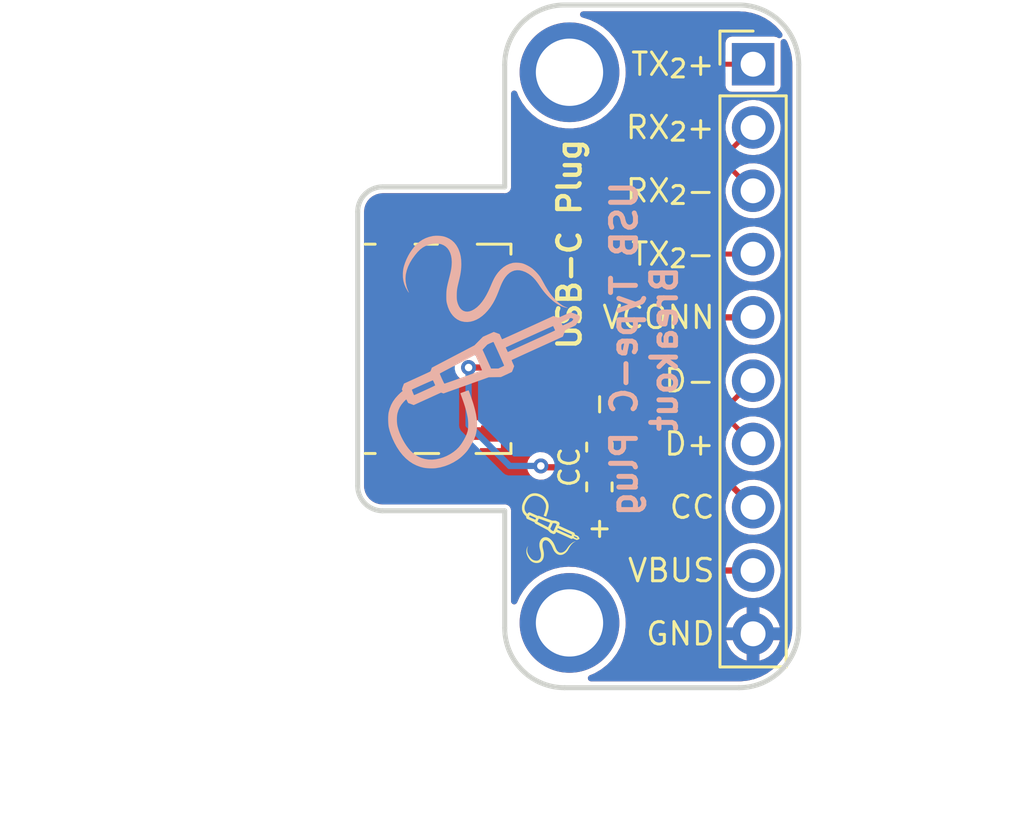
<source format=kicad_pcb>
(kicad_pcb (version 20201116) (generator pcbnew)
  (layers (0 "F.Cu" signal) (31 "B.Cu" signal) (34 "B.Paste" user) (35 "F.Paste" user) (36 "B.SilkS" user "B.Silkscreen") (37 "F.SilkS" user "F.Silkscreen") (38 "B.Mask" user) (39 "F.Mask" user) (44 "Edge.Cuts" user))
  (net 0 "")
  (net 1 "/D+")
  (net 2 "/D-")
  (net 3 "/VCONN")
  (net 4 "/CC")
  (net 5 "GND")
  (net 6 "VBUS")
  (net 7 "/TX2-")
  (net 8 "/RX2-")
  (net 9 "/RX2+")
  (net 10 "/TX2+")
  (footprint "Connector_USB_Extra:USB_C_Plug_UTC009-C12" (layer "F.Cu") (at 123.4 56 -90)
    (fp_text reference "P1" hide)
    (fp_text value "USB_C_Plug")
    (pad "A1" smd rect (at 2.75 -0.2 270) (size 0.35 1.9) (layers "F.Cu" "F.Paste" "F.Mask") (net 5 "GND"))
    (pad "A4" smd rect (at 1.25 -0.2 270) (size 0.35 1.9) (layers "F.Cu" "F.Paste" "F.Mask") (net 6 "VBUS"))
    (pad "A5" smd rect (at 0.75 -0.2 270) (size 0.35 1.9) (layers "F.Cu" "F.Paste" "F.Mask") (net 4 "/CC"))
    (pad "A6" smd rect (at 0.25 -0.2 270) (size 0.35 1.9) (layers "F.Cu" "F.Paste" "F.Mask") (net 1 "/D+"))
    (pad "A7" smd rect (at -0.25 -0.2 270) (size 0.35 1.9) (layers "F.Cu" "F.Paste" "F.Mask") (net 2 "/D-"))
    (pad "A10" smd rect (at -1.75 -0.2 270) (size 0.35 1.9) (layers "F.Cu" "F.Paste" "F.Mask") (net 8 "/RX2-"))
    (pad "A11" smd rect (at -2.25 -0.2 270) (size 0.35 1.9) (layers "F.Cu" "F.Paste" "F.Mask") (net 9 "/RX2+"))
    (pad "B2" smd rect (at -2.75 -0.2 270) (size 0.35 1.9) (layers "F.Cu" "F.Paste" "F.Mask") (net 10 "/TX2+"))
    (pad "B3" smd rect (at -1.25 -0.2 270) (size 0.35 1.9) (layers "F.Cu" "F.Paste" "F.Mask") (net 7 "/TX2-"))
    (pad "B5" smd rect (at -0.75 -0.2 270) (size 0.35 1.9) (layers "F.Cu" "F.Paste" "F.Mask") (net 3 "/VCONN"))
    (pad "B9" smd rect (at 1.75 -0.2 270) (size 0.35 1.9) (layers "F.Cu" "F.Paste" "F.Mask") (net 6 "VBUS"))
    (pad "B12" smd rect (at 2.25 -0.2 270) (size 0.35 1.9) (layers "F.Cu" "F.Paste" "F.Mask") (net 5 "GND"))
    (pad "S1" smd rect (at 3.4 -0.1 270) (size 0.65 2.1) (layers "F.Cu" "F.Paste" "F.Mask") (net 5 "GND"))
    (pad "S1" smd rect (at 4.55 4.4 270) (size 1.5 1.4) (layers "F.Cu" "F.Paste" "F.Mask") (net 5 "GND"))
    (pad "S1" smd rect (at -3.4 -0.1 270) (size 0.65 2.1) (layers "F.Cu" "F.Paste" "F.Mask") (net 5 "GND"))
    (pad "S1" smd rect (at 4.55 1.9 270) (size 1.5 1.3) (layers "F.Cu" "F.Paste" "F.Mask") (net 5 "GND"))
    (pad "S1" smd rect (at -1.75 4.5 270) (size 1.2 1.2) (layers "F.Cu" "F.Paste" "F.Mask") (net 5 "GND"))
    (pad "S1" smd rect (at -4.55 4.4 270) (size 1.5 1.4) (layers "F.Cu" "F.Paste" "F.Mask") (net 5 "GND"))
    (pad "S1" smd rect (at -1.25 2.75 270) (size 1.2 1.2) (layers "F.Cu" "F.Paste" "F.Mask") (net 5 "GND"))
    (pad "S1" smd rect (at 1.25 2.75 270) (size 1.2 1.2) (layers "F.Cu" "F.Paste" "F.Mask") (net 5 "GND"))
    (pad "S1" smd rect (at -4.55 1.9 270) (size 1.5 1.4) (layers "F.Cu" "F.Paste" "F.Mask") (net 5 "GND"))
    (pad "S1" smd rect (at 1.75 4.5 270) (size 1.2 1.2) (layers "F.Cu" "F.Paste" "F.Mask") (net 5 "GND"))
  )
  (footprint "MountingHole:MountingHole_2.7mm_M2.5_DIN965_Pad" (layer "F.Cu") (at 126 44.900001)
    (fp_text reference "REF**" hide)
    (fp_text value "MountingHole_2.7mm_M2.5_DIN965_Pad")
    (pad "1" thru_hole circle (at 0 0) (size 4 4) (drill 2.7) (layers *.Cu *.Mask))
  )
  (footprint "Resistor_SMD:R_0603_1608Metric" (layer "F.Cu") (at 127.2 59.944 90)
    (fp_text reference "R2" hide)
    (fp_text value "PullDown")
    (pad "1" smd roundrect (at -0.7875 0 90) (size 0.875 0.95) (layers "F.Cu" "F.Paste" "F.Mask") (net 4 "/CC"))
    (pad "2" smd roundrect (at 0.7875 0 90) (size 0.875 0.95) (layers "F.Cu" "F.Paste" "F.Mask") (net 5 "GND"))
  )
  (footprint "Resistor_SMD:R_0603_1608Metric" (layer "F.Cu") (at 127.2 61.541002 90)
    (fp_text reference "R1" hide)
    (fp_text value "PullUp")
    (pad "1" smd roundrect (at -0.7875 0 90) (size 0.875 0.95) (layers "F.Cu" "F.Mask") (net 6 "VBUS"))
    (pad "2" smd roundrect (at 0.7875 0 90) (size 0.875 0.95) (layers "F.Cu" "F.Paste" "F.Mask") (net 4 "/CC"))
  )
  (footprint "Symbols_Extra:SolderParty-New-Logo_3x2.5mm_SilkScreen" (layer "F.Cu") (at 125.15 63.1 90)
    (fp_text reference "G***" hide)
    (fp_text value "LOGO" hide)
  )
  (footprint "MountingHole:MountingHole_2.7mm_M2.5_DIN965_Pad" (layer "F.Cu") (at 126 67)
    (fp_text reference "REF**" hide)
    (fp_text value "MountingHole_2.7mm_M2.5_DIN965_Pad")
    (pad "1" thru_hole circle (at 0 0) (size 4 4) (drill 2.7) (layers *.Cu *.Mask))
  )
  (footprint "Connector_PinHeader_2.54mm:PinHeader_1x10_P2.54mm_Vertical" (layer "F.Cu") (at 133.368 44.577)
    (fp_text reference "J1" hide)
    (fp_text value "Conn_01x10")
    (pad "1" thru_hole rect (at 0 0) (size 1.7 1.7) (drill 1) (layers *.Cu *.Mask) (net 10 "/TX2+"))
    (pad "2" thru_hole oval (at 0 2.54) (size 1.7 1.7) (drill 1) (layers *.Cu *.Mask) (net 9 "/RX2+"))
    (pad "3" thru_hole oval (at 0 5.08) (size 1.7 1.7) (drill 1) (layers *.Cu *.Mask) (net 8 "/RX2-"))
    (pad "4" thru_hole oval (at 0 7.62) (size 1.7 1.7) (drill 1) (layers *.Cu *.Mask) (net 7 "/TX2-"))
    (pad "5" thru_hole oval (at 0 10.16) (size 1.7 1.7) (drill 1) (layers *.Cu *.Mask) (net 3 "/VCONN"))
    (pad "6" thru_hole oval (at 0 12.7) (size 1.7 1.7) (drill 1) (layers *.Cu *.Mask) (net 2 "/D-"))
    (pad "7" thru_hole oval (at 0 15.24) (size 1.7 1.7) (drill 1) (layers *.Cu *.Mask) (net 1 "/D+"))
    (pad "8" thru_hole oval (at 0 17.78) (size 1.7 1.7) (drill 1) (layers *.Cu *.Mask) (net 4 "/CC"))
    (pad "9" thru_hole oval (at 0 20.32) (size 1.7 1.7) (drill 1) (layers *.Cu *.Mask) (net 6 "VBUS"))
    (pad "10" thru_hole oval (at 0 22.86) (size 1.7 1.7) (drill 1) (layers *.Cu *.Mask) (net 5 "GND"))
  )
  (footprint "Symbols_Extra:SolderParty-New-Logo_10x8.5mm_SilkScreen" (layer "B.Cu") (at 122.25 56.45 -90)
    (fp_text reference "G***" hide)
    (fp_text value "LOGO" hide)
  )
  (gr_line (start 123.4 49.5) (end 123.4 44.600001) (layer "Edge.Cuts") (width 0.2))
  (gr_line (start 123.4 62.5) (end 123.4 67.2) (layer "Edge.Cuts") (width 0.2))
  (gr_line (start 123.4 49.5) (end 118.5 49.5) (layer "Edge.Cuts") (width 0.2))
  (gr_line (start 123.4 62.5) (end 118.5 62.5) (layer "Edge.Cuts") (width 0.2))
  (gr_arc (start 118.5 50.5) (end 118.5 49.5) (angle -90) (layer "Edge.Cuts") (width 0.2))
  (gr_arc (start 118.5 61.5) (end 117.5 61.5) (angle -90) (layer "Edge.Cuts") (width 0.2))
  (gr_line (start 117.5 50.5) (end 117.5 61.5) (layer "Edge.Cuts") (width 0.2))
  (gr_arc (start 125.8 44.600001) (end 125.8 42.200001) (angle -90) (layer "Edge.Cuts") (width 0.2))
  (gr_line (start 132.8 42.2) (end 125.8 42.2) (layer "Edge.Cuts") (width 0.2))
  (gr_arc (start 132.8 44.6) (end 135.2 44.6) (angle -90) (layer "Edge.Cuts") (width 0.2))
  (gr_arc (start 132.8 67.2) (end 132.8 69.6) (angle -90) (layer "Edge.Cuts") (width 0.2))
  (gr_line (start 132.8 69.6) (end 125.8 69.6) (layer "Edge.Cuts") (width 0.2))
  (gr_line (start 135.2 67.2) (end 135.2 44.6) (layer "Edge.Cuts") (width 0.2))
  (gr_arc (start 125.8 67.2) (end 123.4 67.2) (angle -90) (layer "Edge.Cuts") (width 0.2))
  (gr_text "USB Type-C Plug\nBreakout" (at 129 56 90) (layer "B.SilkS") (effects (font (size 1 1) (thickness 0.2)) (justify mirror)))
  (gr_text "CC" (at 131.9 62.357) (layer "F.SilkS") (effects (font (size 0.9 0.9) (thickness 0.12)) (justify right)))
  (gr_text "TX_{2}-" (at 131.9 52.197) (layer "F.SilkS") (effects (font (size 0.9 0.9) (thickness 0.12)) (justify right)))
  (gr_text "-" (at 127.15 58.8 90) (layer "F.SilkS") (effects (font (size 0.8 0.8) (thickness 0.12)) (justify left)))
  (gr_text "D+" (at 131.9 59.817) (layer "F.SilkS") (effects (font (size 0.9 0.9) (thickness 0.12)) (justify right)))
  (gr_text "+" (at 127.15 63.8 90) (layer "F.SilkS") (effects (font (size 0.8 0.8) (thickness 0.12)) (justify left)))
  (gr_text "TX_{2}+" (at 131.9 44.577) (layer "F.SilkS") (effects (font (size 0.9 0.9) (thickness 0.12)) (justify right)))
  (gr_text "D-" (at 131.9 57.277) (layer "F.SilkS") (effects (font (size 0.9 0.9) (thickness 0.12)) (justify right)))
  (gr_text "CC" (at 126 60.75 90) (layer "F.SilkS") (effects (font (size 0.8 0.8) (thickness 0.12))))
  (gr_text "USB-C Plug" (at 126 51.8 90) (layer "F.SilkS") (effects (font (size 0.9 0.9) (thickness 0.175))))
  (gr_text "VBUS" (at 131.9 64.897) (layer "F.SilkS") (effects (font (size 0.9 0.9) (thickness 0.12)) (justify right)))
  (gr_text "RX_{2}+" (at 131.9 47.117) (layer "F.SilkS") (effects (font (size 0.9 0.9) (thickness 0.12)) (justify right)))
  (gr_text "VCONN" (at 131.9 54.737) (layer "F.SilkS") (effects (font (size 0.9 0.9) (thickness 0.12)) (justify right)))
  (gr_text "RX_{2}-" (at 131.9 49.657) (layer "F.SilkS") (effects (font (size 0.9 0.9) (thickness 0.12)) (justify right)))
  (gr_text "GND" (at 131.9 67.437) (layer "F.SilkS") (effects (font (size 0.9 0.9) (thickness 0.12)) (justify right)))
  (segment (start 123.6 56.25) (end 123.625 56.225) (width 0.2) (layer "F.Cu") (net 1))
  (segment (start 132.323 58.772) (end 133.368 59.817) (width 0.2) (layer "F.Cu") (net 1))
  (segment (start 123.625 56.225) (end 128.3068 56.225) (width 0.2) (layer "F.Cu") (net 1))
  (segment (start 128.3068 56.225) (end 130.8538 58.772) (width 0.2) (layer "F.Cu") (net 1))
  (segment (start 130.8538 58.772) (end 132.323 58.772) (width 0.2) (layer "F.Cu") (net 1))
  (segment (start 132.323 58.322) (end 133.368 57.277) (width 0.2) (layer "F.Cu") (net 2))
  (segment (start 128.4932 55.775) (end 131.0402 58.322) (width 0.2) (layer "F.Cu") (net 2))
  (segment (start 131.0402 58.322) (end 132.323 58.322) (width 0.2) (layer "F.Cu") (net 2))
  (segment (start 123.625 55.775) (end 128.4932 55.775) (width 0.2) (layer "F.Cu") (net 2))
  (segment (start 123.6 55.75) (end 123.625 55.775) (width 0.2) (layer "F.Cu") (net 2))
  (segment (start 131.963 54.737) (end 131.45 55.25) (width 0.25) (layer "F.Cu") (net 3))
  (segment (start 123.6 55.25) (end 131.45 55.25) (width 0.25) (layer "F.Cu") (net 3))
  (segment (start 133.368 54.737) (end 131.963 54.737) (width 0.25) (layer "F.Cu") (net 3))
  (segment (start 123.6 56.75) (end 121.95 56.75) (width 0.25) (layer "F.Cu") (net 4))
  (segment (start 127.2 60.753502) (end 124.903502 60.753502) (width 0.25) (layer "F.Cu") (net 4))
  (segment (start 127.761 56.75) (end 133.368 62.357) (width 0.25) (layer "F.Cu") (net 4))
  (segment (start 123.6 56.75) (end 127.761 56.75) (width 0.25) (layer "F.Cu") (net 4))
  (segment (start 124.903502 60.753502) (end 124.85 60.7) (width 0.25) (layer "F.Cu") (net 4))
  (via (at 124.85 60.7) (size 0.6) (drill 0.3) (layers "F.Cu" "B.Cu") (net 4))
  (via (at 121.95 56.75) (size 0.6) (drill 0.3) (layers "F.Cu" "B.Cu") (net 4))
  (segment (start 123.6 60.7) (end 121.95 59.05) (width 0.25) (layer "B.Cu") (net 4))
  (segment (start 121.95 59.05) (end 121.95 56.75) (width 0.25) (layer "B.Cu") (net 4))
  (segment (start 124.85 60.7) (end 123.6 60.7) (width 0.25) (layer "B.Cu") (net 4))
  (segment (start 128.193963 59.006037) (end 131.4 62.212074) (width 0.25) (layer "F.Cu") (net 6))
  (segment (start 127.2 62.328502) (end 127.771498 62.328502) (width 0.25) (layer "F.Cu") (net 6))
  (segment (start 127.771498 62.328502) (end 128.193963 61.906037) (width 0.25) (layer "F.Cu") (net 6))
  (segment (start 128.193963 61.906037) (end 128.193963 59.006037) (width 0.25) (layer "F.Cu") (net 6))
  (segment (start 123.6 57.25) (end 124.85 57.25) (width 0.25) (layer "F.Cu") (net 6))
  (segment (start 123.6 57.75) (end 124.85 57.75) (width 0.25) (layer "F.Cu") (net 6))
  (segment (start 126.687926 57.5) (end 128.193963 59.006037) (width 0.25) (layer "F.Cu") (net 6))
  (segment (start 131.4 62.212074) (end 131.4 64.15) (width 0.25) (layer "F.Cu") (net 6))
  (segment (start 124.85 57.25) (end 125.1 57.5) (width 0.25) (layer "F.Cu") (net 6))
  (segment (start 132.147 64.897) (end 133.368 64.897) (width 0.25) (layer "F.Cu") (net 6))
  (segment (start 131.4 64.15) (end 132.147 64.897) (width 0.25) (layer "F.Cu") (net 6))
  (segment (start 124.85 57.75) (end 125.1 57.5) (width 0.25) (layer "F.Cu") (net 6))
  (segment (start 125.1 57.5) (end 126.687926 57.5) (width 0.25) (layer "F.Cu") (net 6))
  (segment (start 129.637521 52.845403) (end 129.570343 52.845403) (width 0.2) (layer "F.Cu") (net 7))
  (segment (start 129.547828 53.522313) (end 129.576976 53.582839) (width 0.2) (layer "F.Cu") (net 7))
  (segment (start 130.240327 52.50712) (end 130.89288 53.159672) (width 0.2) (layer "F.Cu") (net 7))
  (segment (start 130.612069 52.040971) (end 130.551543 52.011823) (width 0.2) (layer "F.Cu") (net 7))
  (segment (start 130.779833 53.654968) (end 130.714338 53.669918) (width 0.2) (layer "F.Cu") (net 7))
  (segment (start 129.763542 52.889499) (end 129.703016 52.860351) (width 0.2) (layer "F.Cu") (net 7))
  (segment (start 131.089951 52.268032) (end 131.024457 52.282981) (width 0.2) (layer "F.Cu") (net 7))
  (segment (start 130.978861 53.338215) (end 130.978861 53.405393) (width 0.2) (layer "F.Cu") (net 7))
  (segment (start 130.963914 53.272719) (end 130.978861 53.338215) (width 0.2) (layer "F.Cu") (net 7))
  (segment (start 130.169294 52.394071) (end 130.198441 52.454597) (width 0.2) (layer "F.Cu") (net 7))
  (segment (start 130.52114 53.625821) (end 130.468616 53.583936) (width 0.2) (layer "F.Cu") (net 7))
  (segment (start 128.65 54.75) (end 128.202062 54.75) (width 0.2) (layer "F.Cu") (net 7))
  (segment (start 130.664591 52.082856) (end 130.612069 52.040971) (width 0.2) (layer "F.Cu") (net 7))
  (segment (start 129.591924 53.648333) (end 129.591924 53.715512) (width 0.2) (layer "F.Cu") (net 7))
  (segment (start 130.486049 51.996875) (end 130.41887 51.996875) (width 0.2) (layer "F.Cu") (net 7))
  (segment (start 129.591924 53.715512) (end 129.576976 53.781007) (width 0.2) (layer "F.Cu") (net 7))
  (segment (start 130.840358 53.625822) (end 130.779833 53.654968) (width 0.2) (layer "F.Cu") (net 7))
  (segment (start 130.240327 52.082856) (end 130.198441 52.135378) (width 0.2) (layer "F.Cu") (net 7))
  (segment (start 130.198441 52.135378) (end 130.169294 52.195904) (width 0.2) (layer "F.Cu") (net 7))
  (segment (start 129.570343 52.845403) (end 129.504848 52.860351) (width 0.2) (layer "F.Cu") (net 7))
  (segment (start 129.703016 52.860351) (end 129.637521 52.845403) (width 0.2) (layer "F.Cu") (net 7))
  (segment (start 130.963914 53.470887) (end 130.934765 53.531413) (width 0.2) (layer "F.Cu") (net 7))
  (segment (start 130.89288 53.583936) (end 130.840358 53.625822) (width 0.2) (layer "F.Cu") (net 7))
  (segment (start 129.305818 53.109926) (end 129.305818 53.177105) (width 0.2) (layer "F.Cu") (net 7))
  (segment (start 130.154345 52.261398) (end 130.154345 52.328577) (width 0.2) (layer "F.Cu") (net 7))
  (segment (start 129.505943 53.469791) (end 129.547828 53.522313) (width 0.2) (layer "F.Cu") (net 7))
  (segment (start 130.169294 52.195904) (end 130.154345 52.261398) (width 0.2) (layer "F.Cu") (net 7))
  (segment (start 129.349914 53.303125) (end 129.3918 53.355648) (width 0.2) (layer "F.Cu") (net 7))
  (segment (start 130.353375 52.011823) (end 130.29285 52.040971) (width 0.2) (layer "F.Cu") (net 7))
  (segment (start 129.576976 53.582839) (end 129.591924 53.648333) (width 0.2) (layer "F.Cu") (net 7))
  (segment (start 130.154345 52.328577) (end 130.169294 52.394071) (width 0.2) (layer "F.Cu") (net 7))
  (segment (start 129.505943 53.894055) (end 128.65 54.75) (width 0.2) (layer "F.Cu") (net 7))
  (segment (start 130.714338 53.669918) (end 130.64716 53.669917) (width 0.2) (layer "F.Cu") (net 7))
  (segment (start 129.320767 53.242599) (end 129.349914 53.303125) (width 0.2) (layer "F.Cu") (net 7))
  (segment (start 130.468616 53.583936) (end 129.816064 52.931384) (width 0.2) (layer "F.Cu") (net 7))
  (segment (start 130.89288 53.159672) (end 130.934766 53.212193) (width 0.2) (layer "F.Cu") (net 7))
  (segment (start 130.934766 53.212193) (end 130.963914 53.272719) (width 0.2) (layer "F.Cu") (net 7))
  (segment (start 130.957278 52.282981) (end 130.891784 52.268032) (width 0.2) (layer "F.Cu") (net 7))
  (segment (start 129.576976 53.781007) (end 129.547828 53.841532) (width 0.2) (layer "F.Cu") (net 7))
  (segment (start 131.150477 52.238885) (end 131.089951 52.268032) (width 0.2) (layer "F.Cu") (net 7))
  (segment (start 130.934765 53.531413) (end 130.89288 53.583936) (width 0.2) (layer "F.Cu") (net 7))
  (segment (start 130.41887 51.996875) (end 130.353375 52.011823) (width 0.2) (layer "F.Cu") (net 7))
  (segment (start 131.203 52.197) (end 131.150477 52.238885) (width 0.2) (layer "F.Cu") (net 7))
  (segment (start 130.29285 52.040971) (end 130.240327 52.082856) (width 0.2) (layer "F.Cu") (net 7))
  (segment (start 129.816064 52.931384) (end 129.763542 52.889499) (width 0.2) (layer "F.Cu") (net 7))
  (segment (start 129.3918 53.355648) (end 129.505943 53.469791) (width 0.2) (layer "F.Cu") (net 7))
  (segment (start 130.978861 53.405393) (end 130.963914 53.470887) (width 0.2) (layer "F.Cu") (net 7))
  (segment (start 130.581665 53.654969) (end 130.52114 53.625821) (width 0.2) (layer "F.Cu") (net 7))
  (segment (start 129.305818 53.177105) (end 129.320767 53.242599) (width 0.2) (layer "F.Cu") (net 7))
  (segment (start 130.551543 52.011823) (end 130.486049 51.996875) (width 0.2) (layer "F.Cu") (net 7))
  (segment (start 130.831258 52.238885) (end 130.778735 52.197) (width 0.2) (layer "F.Cu") (net 7))
  (segment (start 130.198441 52.454597) (end 130.240327 52.50712) (width 0.2) (layer "F.Cu") (net 7))
  (segment (start 130.778735 52.197) (end 130.664591 52.082856) (width 0.2) (layer "F.Cu") (net 7))
  (segment (start 129.504848 52.860351) (end 129.444323 52.889499) (width 0.2) (layer "F.Cu") (net 7))
  (segment (start 129.547828 53.841532) (end 129.505943 53.894055) (width 0.2) (layer "F.Cu") (net 7))
  (segment (start 131.024457 52.282981) (end 130.957278 52.282981) (width 0.2) (layer "F.Cu") (net 7))
  (segment (start 129.3918 52.931384) (end 129.349914 52.983906) (width 0.2) (layer "F.Cu") (net 7))
  (segment (start 129.320767 53.044432) (end 129.305818 53.109926) (width 0.2) (layer "F.Cu") (net 7))
  (segment (start 130.891784 52.268032) (end 130.831258 52.238885) (width 0.2) (layer "F.Cu") (net 7))
  (segment (start 129.444323 52.889499) (end 129.3918 52.931384) (width 0.2) (layer "F.Cu") (net 7))
  (segment (start 129.349914 52.983906) (end 129.320767 53.044432) (width 0.2) (layer "F.Cu") (net 7))
  (segment (start 128.202062 54.75) (end 123.6 54.75) (width 0.2) (layer "F.Cu") (net 7))
  (segment (start 130.64716 53.669917) (end 130.581665 53.654969) (width 0.2) (layer "F.Cu") (net 7))
  (segment (start 133.368 52.197) (end 131.203 52.197) (width 0.2) (layer "F.Cu") (net 7))
  (segment (start 123.625 54.225) (end 123.6 54.25) (width 0.2) (layer "F.Cu") (net 8))
  (segment (start 132.323 48.612) (end 131.5062 48.612) (width 0.2) (layer "F.Cu") (net 8))
  (segment (start 125.8932 54.225) (end 123.625 54.225) (width 0.2) (layer "F.Cu") (net 8))
  (segment (start 133.368 49.657) (end 132.323 48.612) (width 0.2) (layer "F.Cu") (net 8))
  (segment (start 131.5062 48.612) (end 125.8932 54.225) (width 0.2) (layer "F.Cu") (net 8))
  (segment (start 131.3198 48.162) (end 125.7068 53.775) (width 0.2) (layer "F.Cu") (net 9))
  (segment (start 132.323 48.162) (end 131.3198 48.162) (width 0.2) (layer "F.Cu") (net 9))
  (segment (start 133.368 47.117) (end 132.323 48.162) (width 0.2) (layer "F.Cu") (net 9))
  (segment (start 123.625 53.775) (end 123.6 53.75) (width 0.2) (layer "F.Cu") (net 9))
  (segment (start 125.7068 53.775) (end 123.625 53.775) (width 0.2) (layer "F.Cu") (net 9))
  (segment (start 130.95 45.15) (end 131.523 44.577) (width 0.2) (layer "F.Cu") (net 10))
  (segment (start 131.523 44.577) (end 133.368 44.577) (width 0.2) (layer "F.Cu") (net 10))
  (segment (start 124.55 53.25) (end 130.95 46.85) (width 0.2) (layer "F.Cu") (net 10))
  (segment (start 123.6 53.25) (end 124.55 53.25) (width 0.2) (layer "F.Cu") (net 10))
  (segment (start 130.95 46.85) (end 130.95 45.15) (width 0.2) (layer "F.Cu") (net 10))
  (zone (net 5) (net_name "GND") (layers F&B.Cu) (connect_pads (clearance 0.254)) (min_thickness 0.254) (fill yes (thermal_gap 0.254) (thermal_bridge_width 0.508))
    (polygon (pts (xy 136 70) (xy 117 70) (xy 117 42) (xy 136 42)))
  )
)
</source>
